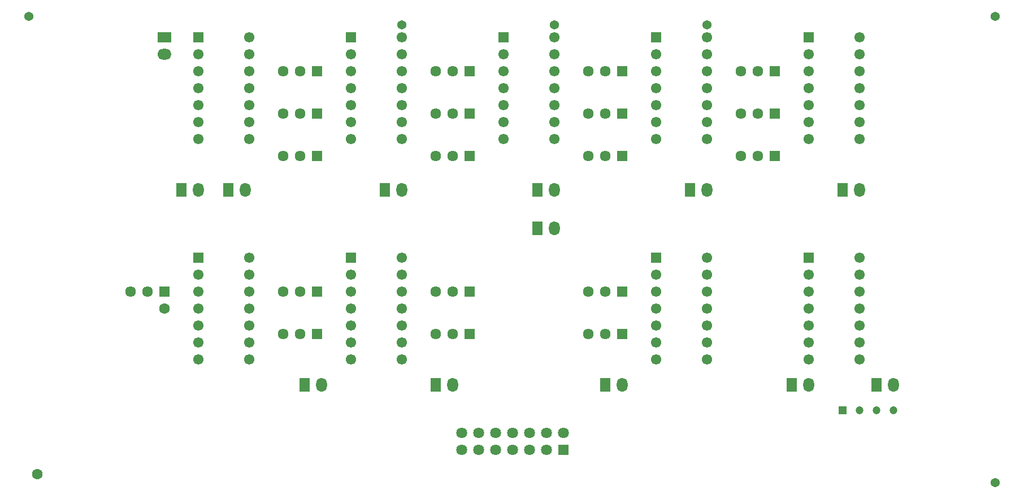
<source format=gts>
G04*
G04 #@! TF.GenerationSoftware,Altium Limited,Altium Designer,20.0.14 (345)*
G04*
G04 Layer_Color=8388736*
%FSLAX25Y25*%
%MOIN*%
G70*
G01*
G75*
%ADD14R,0.06337X0.08274*%
%ADD15O,0.06337X0.08274*%
%ADD16R,0.06337X0.06337*%
%ADD17C,0.06337*%
%ADD18C,0.06109*%
%ADD19R,0.06109X0.06109*%
%ADD20C,0.04724*%
%ADD21R,0.04724X0.04724*%
%ADD22C,0.06424*%
%ADD23R,0.06424X0.06424*%
%ADD24R,0.08274X0.06337*%
%ADD25O,0.08274X0.06337*%
%ADD26C,0.06306*%
%ADD27C,0.05400*%
D14*
X310000Y160000D02*
D03*
X490000Y182500D02*
D03*
X510000Y67500D02*
D03*
X460000D02*
D03*
X350000D02*
D03*
X172500D02*
D03*
X250000D02*
D03*
X220000Y182500D02*
D03*
X310000D02*
D03*
X127500D02*
D03*
X100000D02*
D03*
X400000D02*
D03*
D15*
X320000Y160000D02*
D03*
X500000Y182500D02*
D03*
X520000Y67500D02*
D03*
X470000D02*
D03*
X360000D02*
D03*
X182500D02*
D03*
X260000D02*
D03*
X230000Y182500D02*
D03*
X320000D02*
D03*
X137500D02*
D03*
X110000D02*
D03*
X410000D02*
D03*
D16*
X360000Y202500D02*
D03*
Y227500D02*
D03*
Y252500D02*
D03*
X450000Y202500D02*
D03*
Y227500D02*
D03*
Y252500D02*
D03*
X360000Y97500D02*
D03*
Y122500D02*
D03*
X270000Y97500D02*
D03*
Y122500D02*
D03*
X180000Y97500D02*
D03*
Y122500D02*
D03*
X90000D02*
D03*
X270000Y202500D02*
D03*
Y227500D02*
D03*
Y252500D02*
D03*
X180000Y202500D02*
D03*
Y227500D02*
D03*
Y252500D02*
D03*
D17*
X350000Y202500D02*
D03*
X340000D02*
D03*
X350000Y227500D02*
D03*
X340000D02*
D03*
X350000Y252500D02*
D03*
X340000D02*
D03*
X440000Y202500D02*
D03*
X430000D02*
D03*
X440000Y227500D02*
D03*
X430000D02*
D03*
X440000Y252500D02*
D03*
X430000D02*
D03*
X340000Y97500D02*
D03*
X350000D02*
D03*
X340000Y122500D02*
D03*
X350000D02*
D03*
X250000Y97500D02*
D03*
X260000D02*
D03*
X250000Y122500D02*
D03*
X260000D02*
D03*
X160000Y97500D02*
D03*
X170000D02*
D03*
X160000Y122500D02*
D03*
X170000D02*
D03*
X70000D02*
D03*
X80000D02*
D03*
X250000Y202500D02*
D03*
X260000D02*
D03*
X250000Y227500D02*
D03*
X260000D02*
D03*
X250000Y252500D02*
D03*
X260000D02*
D03*
X160000Y202500D02*
D03*
X170000D02*
D03*
X160000Y227500D02*
D03*
X170000D02*
D03*
X160000Y252500D02*
D03*
X170000D02*
D03*
D18*
X500000Y82500D02*
D03*
Y92500D02*
D03*
Y102500D02*
D03*
Y112500D02*
D03*
Y122500D02*
D03*
Y132500D02*
D03*
Y142500D02*
D03*
X470000Y82500D02*
D03*
Y92500D02*
D03*
Y102500D02*
D03*
Y112500D02*
D03*
Y122500D02*
D03*
Y132500D02*
D03*
X410000Y82500D02*
D03*
Y92500D02*
D03*
Y102500D02*
D03*
Y112500D02*
D03*
Y122500D02*
D03*
Y132500D02*
D03*
Y142500D02*
D03*
X380000Y82500D02*
D03*
Y92500D02*
D03*
Y102500D02*
D03*
Y112500D02*
D03*
Y122500D02*
D03*
Y132500D02*
D03*
X230000Y82500D02*
D03*
Y92500D02*
D03*
Y102500D02*
D03*
Y112500D02*
D03*
Y122500D02*
D03*
Y132500D02*
D03*
Y142500D02*
D03*
X200000Y82500D02*
D03*
Y92500D02*
D03*
Y102500D02*
D03*
Y112500D02*
D03*
Y122500D02*
D03*
Y132500D02*
D03*
X140000Y82500D02*
D03*
Y92500D02*
D03*
Y102500D02*
D03*
Y112500D02*
D03*
Y122500D02*
D03*
Y132500D02*
D03*
Y142500D02*
D03*
X110000Y82500D02*
D03*
Y92500D02*
D03*
Y102500D02*
D03*
Y112500D02*
D03*
Y122500D02*
D03*
Y132500D02*
D03*
X230000Y212500D02*
D03*
Y222500D02*
D03*
Y232500D02*
D03*
Y242500D02*
D03*
Y252500D02*
D03*
Y262500D02*
D03*
Y272500D02*
D03*
X200000Y212500D02*
D03*
Y222500D02*
D03*
Y232500D02*
D03*
Y242500D02*
D03*
Y252500D02*
D03*
Y262500D02*
D03*
X110000D02*
D03*
Y252500D02*
D03*
Y242500D02*
D03*
Y232500D02*
D03*
Y222500D02*
D03*
Y212500D02*
D03*
X140000Y272500D02*
D03*
Y262500D02*
D03*
Y252500D02*
D03*
Y242500D02*
D03*
Y232500D02*
D03*
Y222500D02*
D03*
Y212500D02*
D03*
X470000Y262500D02*
D03*
Y252500D02*
D03*
Y242500D02*
D03*
Y232500D02*
D03*
Y222500D02*
D03*
Y212500D02*
D03*
X500000Y272500D02*
D03*
Y262500D02*
D03*
Y252500D02*
D03*
Y242500D02*
D03*
Y232500D02*
D03*
Y222500D02*
D03*
Y212500D02*
D03*
X290000Y262500D02*
D03*
Y252500D02*
D03*
Y242500D02*
D03*
Y232500D02*
D03*
Y222500D02*
D03*
Y212500D02*
D03*
X320000Y272500D02*
D03*
Y262500D02*
D03*
Y252500D02*
D03*
Y242500D02*
D03*
Y232500D02*
D03*
Y222500D02*
D03*
Y212500D02*
D03*
X410000D02*
D03*
Y222500D02*
D03*
Y232500D02*
D03*
Y242500D02*
D03*
Y252500D02*
D03*
Y262500D02*
D03*
Y272500D02*
D03*
X380000Y212500D02*
D03*
Y222500D02*
D03*
Y232500D02*
D03*
Y242500D02*
D03*
Y252500D02*
D03*
Y262500D02*
D03*
D19*
X470000Y142500D02*
D03*
X380000D02*
D03*
X200000D02*
D03*
X110000D02*
D03*
X200000Y272500D02*
D03*
X110000D02*
D03*
X470000D02*
D03*
X290000D02*
D03*
X380000D02*
D03*
D20*
X520000Y52500D02*
D03*
X510000D02*
D03*
X500000D02*
D03*
D21*
X490000D02*
D03*
D22*
X295276Y39370D02*
D03*
X305276D02*
D03*
X315276D02*
D03*
X325276D02*
D03*
X285276D02*
D03*
X275276D02*
D03*
X265276D02*
D03*
X295276Y29370D02*
D03*
X305276D02*
D03*
X315276D02*
D03*
X285276D02*
D03*
X275276D02*
D03*
X265276D02*
D03*
D23*
X325276D02*
D03*
D24*
X90000Y272500D02*
D03*
D25*
Y262500D02*
D03*
D26*
X15000Y15000D02*
D03*
X90000Y112500D02*
D03*
D27*
X10000Y285000D02*
D03*
X580000Y10000D02*
D03*
Y285000D02*
D03*
X320000Y280000D02*
D03*
X410000D02*
D03*
X230000D02*
D03*
M02*

</source>
